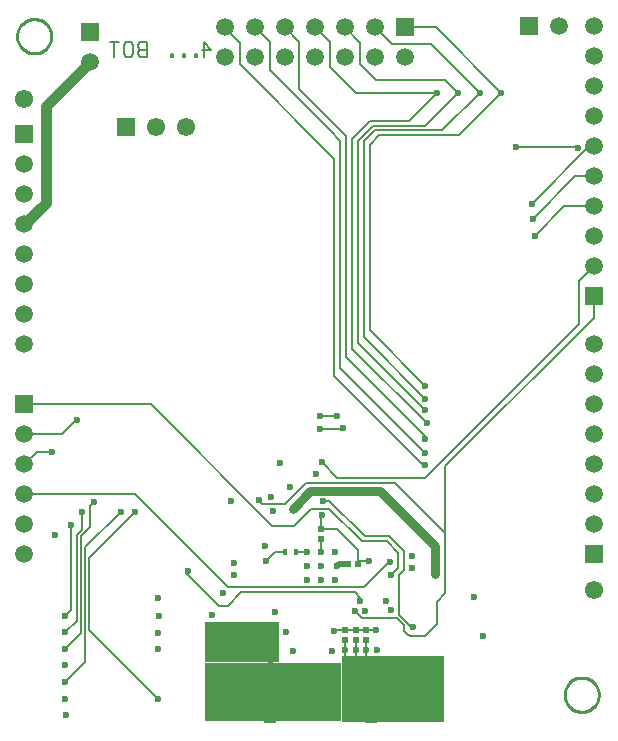
<source format=gbr>
%FSTAX23Y23*%
%MOMM*%
%SFA1B1*%

%IPPOS*%
%ADD10C,0.253999*%
%ADD12R,0.519999X0.519999*%
%ADD16R,0.519999X0.519999*%
%ADD20R,0.449999X0.549999*%
%ADD28R,1.019998X4.749991*%
%ADD32C,0.200000*%
%ADD35C,0.499999*%
%ADD36C,0.749999*%
%ADD40C,0.150000*%
%ADD43R,6.224988X3.499993*%
%ADD44R,1.499997X1.499997*%
%ADD45C,1.499997*%
%ADD46C,1.549997*%
%ADD47R,1.549997X1.549997*%
%ADD48R,1.499997X1.499997*%
%ADD49C,0.599999*%
%ADD55C,0.899998*%
%ADD56R,11.574977X5.024990*%
%ADD57R,8.749982X5.574989*%
G54D10*
X50175Y02424D02*
D01*
X50171Y02526*
X50161Y02626*
X50143Y02726*
X50119Y02824*
X50087Y0292*
X50049Y03014*
X50005Y03105*
X49954Y03193*
X49898Y03277*
X49835Y03357*
X49768Y03432*
X49695Y03502*
X49617Y03567*
X49535Y03627*
X4945Y0368*
X4936Y03728*
X49268Y03769*
X49173Y03804*
X49075Y03832*
X48976Y03853*
X48876Y03867*
X48775Y03874*
X48674*
X48573Y03867*
X48473Y03853*
X48374Y03832*
X48276Y03804*
X48181Y03769*
X48089Y03728*
X47999Y0368*
X47914Y03627*
X47832Y03567*
X47754Y03502*
X47681Y03432*
X47614Y03357*
X47551Y03277*
X47495Y03193*
X47444Y03105*
X474Y03014*
X47362Y0292*
X4733Y02824*
X47306Y02726*
X47288Y02626*
X47278Y02526*
X47274Y02424*
X47278Y02323*
X47288Y02223*
X47306Y02123*
X4733Y02025*
X47362Y01928*
X474Y01835*
X47444Y01744*
X47495Y01656*
X47551Y01572*
X47614Y01492*
X47681Y01417*
X47754Y01347*
X47832Y01282*
X47914Y01222*
X47999Y01169*
X48089Y01121*
X48181Y0108*
X48276Y01045*
X48374Y01017*
X48473Y00996*
X48573Y00982*
X48674Y00975*
X48775*
X48876Y00982*
X48976Y00996*
X49075Y01017*
X49173Y01045*
X49268Y0108*
X4936Y01121*
X4945Y01169*
X49535Y01222*
X49617Y01282*
X49695Y01347*
X49768Y01417*
X49835Y01492*
X49898Y01572*
X49954Y01656*
X50005Y01744*
X50049Y01835*
X50087Y01928*
X50119Y02025*
X50143Y02123*
X50161Y02223*
X50171Y02323*
X50175Y02424*
X03825Y58174D02*
D01*
X03821Y58276*
X03811Y58376*
X03793Y58476*
X03769Y58574*
X03737Y5867*
X03699Y58764*
X03655Y58855*
X03604Y58943*
X03548Y59027*
X03485Y59107*
X03418Y59182*
X03345Y59252*
X03267Y59317*
X03185Y59377*
X031Y5943*
X0301Y59478*
X02918Y59519*
X02823Y59554*
X02725Y59582*
X02626Y59603*
X02526Y59617*
X02425Y59624*
X02324*
X02223Y59617*
X02123Y59603*
X02024Y59582*
X01926Y59554*
X01831Y59519*
X01739Y59478*
X01649Y5943*
X01564Y59377*
X01482Y59317*
X01404Y59252*
X01331Y59182*
X01264Y59107*
X01201Y59027*
X01145Y58943*
X01094Y58855*
X0105Y58764*
X01012Y5867*
X0098Y58574*
X00956Y58476*
X00938Y58376*
X00928Y58276*
X00924Y58174*
X00928Y58073*
X00938Y57973*
X00956Y57873*
X0098Y57775*
X01012Y57678*
X0105Y57585*
X01094Y57494*
X01145Y57406*
X01201Y57322*
X01264Y57242*
X01331Y57167*
X01404Y57097*
X01482Y57032*
X01564Y56972*
X01649Y56919*
X01739Y56871*
X01831Y5683*
X01926Y56795*
X02024Y56767*
X02123Y56746*
X02223Y56732*
X02324Y56725*
X02425*
X02526Y56732*
X02626Y56746*
X02725Y56767*
X02823Y56795*
X02918Y5683*
X0301Y56871*
X031Y56919*
X03185Y56972*
X03267Y57032*
X03345Y57097*
X03418Y57167*
X03485Y57242*
X03548Y57322*
X03604Y57406*
X03655Y57494*
X03699Y57585*
X03737Y57678*
X03769Y57775*
X03793Y57873*
X03811Y57973*
X03821Y58073*
X03825Y58174*
G54D12*
X26649Y16424D03*
Y15624D03*
X29599Y07874D03*
Y07074D03*
X28724D03*
Y07874D03*
X30474D03*
Y07074D03*
G54D16*
X29749Y13499D03*
X28949D03*
G54D20*
X23599Y14499D03*
X24499D03*
G54D28*
X30879Y02374D03*
X22379D03*
G54D32*
X05949Y25649D02*
X05999D01*
X04759Y24459D02*
X05949Y25649D01*
X18479Y58919D02*
D01*
X19799Y57599*
X27799Y29399D02*
X35399Y21799D01*
X36359Y58939D02*
X41899Y53399D01*
X33739Y58939D02*
X36359D01*
X35991Y57499D02*
X40091Y53399D01*
X32639Y57499D02*
X35991D01*
X31199Y58939D02*
X32639Y57499D01*
X37183Y54499D02*
X38283Y53399D01*
X31299Y54499D02*
X37183D01*
X29999Y55799D02*
Y57599D01*
Y55799D02*
X31299Y54499D01*
X28659Y58939D02*
X29999Y57599D01*
X29599Y53399D02*
X36474D01*
X27399Y55599D02*
X29599Y53399D01*
X27399Y55599D02*
Y57659D01*
X26119Y58939D02*
X27399Y57659D01*
X38299Y49799D02*
X41899Y53399D01*
X36891Y50199D02*
X40091Y53399D01*
X35483Y50599D02*
X38283Y53399D01*
X34074Y50999D02*
X36474Y53399D01*
X30799Y50999D02*
X34074D01*
X43199Y48799D02*
X48399D01*
X19799Y55799D02*
Y57599D01*
Y55799D02*
X27799Y47799D01*
Y29399D02*
Y47799D01*
X21039Y58939D02*
X22299Y57679D01*
Y55299D02*
Y57679D01*
Y55299D02*
X27399Y50199D01*
X23579Y58939D02*
X24799Y57719D01*
Y53699D02*
Y57719D01*
Y53699D02*
X27949Y50549D01*
X27799Y07874D02*
X28724D01*
X12249Y26999D02*
X22549Y16699D01*
X01499Y26999D02*
X12249D01*
X22549Y16699D02*
X24374D01*
X02579Y22999D02*
X03899D01*
X01499Y21919D02*
X02579Y22999D01*
X28299Y30099D02*
X35499Y22899D01*
X28299Y30099D02*
Y49299D01*
X49759Y34359D02*
Y36139D01*
X37174Y21774D02*
X49759Y34359D01*
X48499Y33799D02*
Y37419D01*
X35499Y20799D02*
X48499Y33799D01*
X27999Y20799D02*
X35499D01*
X37174Y16124D02*
Y21774D01*
X28799Y30999D02*
X35499Y24299D01*
Y24099D02*
Y24299D01*
X28799Y30999D02*
Y49699D01*
X29289Y49489D02*
X30799Y50999D01*
X29299Y49199D02*
Y49478D01*
X29289Y49489D02*
X29299Y49478D01*
Y31699D02*
X35599Y254D01*
X29299Y31699D02*
Y46999D01*
Y49199*
X27949Y50549D02*
X28799Y49699D01*
X30799Y33299D02*
X35499Y28599D01*
X30799Y33299D02*
Y48999D01*
X29799Y32199D02*
X35449Y26549D01*
X29799Y32199D02*
Y49299D01*
X30299Y32699D02*
X35499Y27499D01*
X35517Y27482*
X30299Y32699D02*
Y49059D01*
X30799Y48999D02*
X31599Y49799D01*
X38299*
X30299Y49299D02*
X31199Y50199D01*
X36891*
X30299Y49059D02*
Y49299D01*
Y49059D02*
D01*
X31099Y50599D02*
X35483D01*
X29799Y49299D02*
X31099Y50599D01*
X27399Y50199D02*
X28299Y49299D01*
X28399Y24899D02*
X28499Y24999D01*
X26599Y24899D02*
X28399D01*
X06249Y17899D02*
X06399Y17749D01*
X26599Y25999D02*
X27999D01*
X07024Y14024D02*
X10899Y17899D01*
X49339Y48839D02*
X49759D01*
X44499Y43999D02*
X49339Y48839D01*
X48199Y46299D02*
X49759D01*
X44599Y42699D02*
X48199Y46299D01*
X47259Y43759D02*
X49759D01*
X44799Y41299D02*
X47259Y43759D01*
X07099Y16647D02*
Y18399D01*
X07399Y18699*
X06299Y15847D02*
X07099Y16647D01*
X06299Y07624D02*
Y15847D01*
X05974Y15982D02*
X06399Y16407D01*
X05974Y08674D02*
Y15982D01*
X04999Y07699D02*
X05974Y08674D01*
X06399Y16407D02*
Y17749D01*
X06699Y05199D02*
Y14899D01*
X04999Y03499D02*
X06699Y05199D01*
Y14899D02*
X09699Y17899D01*
X06249D02*
X06399D01*
X05499Y09599D02*
Y16799D01*
X04999Y09099D02*
X05499Y09599D01*
X15212Y12762D02*
X18024Y09949D01*
X10929Y19424D02*
X18804Y11549D01*
X01544Y19424D02*
X10929D01*
X01499Y19379D02*
X01544Y19424D01*
X49744Y43774D02*
X49759Y43759D01*
X49734Y46274D02*
X49759Y46299D01*
X04999Y06324D02*
X06299Y07624D01*
X48499Y37419D02*
X49759Y38679D01*
X26699Y22099D02*
X27999Y20799D01*
X37174Y11024D02*
Y16124D01*
X32949Y20349D02*
X37174Y16124D01*
X254Y20349D02*
X32949D01*
X01499Y24459D02*
X04759D01*
X29999Y10399D02*
Y10599D01*
X29499Y11099D02*
X29999Y10599D01*
X34037Y08412D02*
X34299Y08149D01*
X34037Y08412D02*
Y08447D01*
X33274Y0921D02*
X34037Y08447D01*
X33274Y0921D02*
Y12574D01*
X29499Y09499D02*
X29574D01*
X30124Y08949*
X07024Y07924D02*
Y14024D01*
Y07924D02*
X12874Y02074D01*
X32449Y13699D02*
X32512D01*
X30124Y08949D02*
X33075D01*
X33712Y08313*
X32224Y15399D02*
X33199Y14424D01*
X32574Y12549D02*
X33199Y13174D01*
Y14424*
X30299Y11549D02*
X32449Y13699D01*
X23624Y18574D02*
X254Y20349D01*
X21674Y18574D02*
X23624D01*
X21374Y18874D02*
X21674Y18574D01*
X33974Y07574D02*
D01*
X33712Y07837D02*
X33974Y07574D01*
X33712Y07837D02*
Y08313D01*
X36449Y08399D02*
Y10299D01*
X35424Y07374D02*
X36449Y08399D01*
X34174Y07374D02*
X35424D01*
X33974Y07574D02*
X34174Y07374D01*
X34299Y08149D02*
X34474D01*
X49539Y32299D02*
X49759Y32079D01*
X49749Y29549D02*
X49759Y29539D01*
X49744Y24474D02*
X49759Y24459D01*
X49739Y21899D02*
X49759Y21919D01*
X49739Y19399D02*
X49759Y19379D01*
X26649Y16424D02*
Y17524D01*
X26724Y17599*
X49754Y41224D02*
X49759Y41219D01*
X15212Y12762D02*
X15374Y12924D01*
X18024Y09949D02*
X18749D01*
X19899Y11099*
X29499*
X26649Y14524D02*
X26674Y14499D01*
X24499D02*
X25474D01*
X26649Y14524D02*
Y15624D01*
X29749Y13499D02*
X29999Y13749D01*
X30474Y07874D02*
X31349D01*
X29599D02*
D01*
X30474*
X28724D02*
X29599D01*
X21999Y13724D02*
X22774Y14499D01*
X23599*
X30474Y06249D02*
X30499Y06224D01*
X30474Y06249D02*
Y07074D01*
X29599Y06249D02*
X29624Y06224D01*
X29599Y06249D02*
Y07074D01*
X28699Y06224D02*
X28724Y06249D01*
Y07074*
X24374Y16699D02*
X25824Y18149D01*
X29749Y13499D02*
Y14699D01*
X28024Y16424D02*
X29749Y14699D01*
X26649Y16424D02*
X28024D01*
X29999Y13749D02*
X30699D01*
X28699Y05241D02*
Y06224D01*
Y05241D02*
X28991Y04949D01*
X29624Y05434D02*
Y06224D01*
Y05434D02*
X30109Y04949D01*
X30499Y05677D02*
Y06224D01*
Y05677D02*
X31227Y04949D01*
X18804Y11549D02*
X30299D01*
X36449Y10299D02*
X37174Y11024D01*
X30099Y15399D02*
X32224D01*
X27349Y18149D02*
X30099Y15399D01*
X25824Y18149D02*
X27349D01*
X27324Y18849D02*
X30349Y15824D01*
X26799Y18849D02*
X27324D01*
X30349Y15824D02*
X32407D01*
X33274Y12574D02*
X33674Y12974D01*
Y14557*
X32407Y15824D02*
X33674Y14557D01*
G54D35*
X27974Y13299D02*
X28174Y13499D01*
X28949*
G54D36*
X24249Y18174D02*
X25724Y19649D01*
X31649D02*
X36324Y14974D01*
X25724Y19649D02*
X31649D01*
X36324Y12649D02*
Y14974D01*
G54D40*
X1675Y56449D02*
Y57649D01*
X17349Y57049*
X1655*
X1615Y56449D02*
Y56649D01*
X1595*
Y56449*
X1615*
X1515D02*
Y56649D01*
X1495*
Y56449*
X1515*
X1415D02*
Y56649D01*
X13951*
Y56449*
X1415*
X11951Y57649D02*
Y56449D01*
X11351*
X11151Y56649*
Y56849*
X11351Y57049*
X11951*
X11351*
X11151Y57249*
Y57449*
X11351Y57649*
X11951*
X10152D02*
X10552D01*
X10752Y57449*
Y56649*
X10552Y56449*
X10152*
X09952Y56649*
Y57449*
X10152Y57649*
X09552D02*
X08752D01*
X09152*
Y56449*
G54D43*
X19937Y06874D03*
G54D44*
X44259Y58999D03*
X33739Y58939D03*
G54D45*
X46799Y58999D03*
X07099Y55984D03*
X49759Y16839D03*
Y19379D03*
Y21919D03*
Y24459D03*
Y26999D03*
Y29539D03*
Y32079D03*
X01499Y24459D03*
Y21919D03*
Y19379D03*
Y16839D03*
Y14299D03*
X49759Y41219D03*
Y58999D03*
Y56459D03*
Y53919D03*
Y51379D03*
Y48839D03*
Y46299D03*
Y43759D03*
Y38679D03*
X01499Y47319D03*
Y44779D03*
Y42239D03*
Y39699D03*
Y37159D03*
Y34619D03*
Y32079D03*
X18499Y56399D03*
Y58939D03*
X21039Y56399D03*
Y58939D03*
X23579Y56399D03*
Y58939D03*
X26119Y56399D03*
Y58939D03*
X28659Y56399D03*
Y58939D03*
X31199Y56399D03*
Y58939D03*
X33739Y56399D03*
G54D46*
X49759Y11324D03*
X01499Y52849D03*
X12689Y50449D03*
X15229D03*
G54D47*
X10149Y50449D03*
G54D48*
X07099Y58524D03*
X49759Y14299D03*
X01499Y26999D03*
X49759Y36139D03*
X01499Y49859D03*
G54D49*
X05999Y25649D03*
X03899Y22999D03*
X23999Y19999D03*
X35499Y21899D03*
Y22899D03*
X35599Y254D03*
X35499Y24099D03*
X36474Y53399D03*
X35499Y26499D03*
Y27499D03*
Y28599D03*
X41899Y53399D03*
X40091D03*
X38283D03*
X26599Y25999D03*
Y24899D03*
X10899Y17899D03*
X44599Y42699D03*
X44799Y41299D03*
X28499Y24999D03*
X27999Y25999D03*
X07399Y18699D03*
X06399Y17899D03*
X05499Y16799D03*
X04999Y09099D03*
Y07699D03*
X44499Y43999D03*
X04999Y06324D03*
X26699Y22099D03*
X09699Y17899D03*
X04999Y03499D03*
X48399Y48699D03*
X43199Y48799D03*
X29999Y10399D03*
X29499Y09499D03*
X32599Y09599D03*
X32512Y13699D03*
X21374Y18874D03*
X24249Y18174D03*
X26199Y21074D03*
X32624Y04949D03*
X3142Y06249D03*
X34474Y08149D03*
X26724Y17599D03*
X23174Y22074D03*
X15374Y12924D03*
X32574Y12549D03*
X30399Y09499D03*
X34374Y13149D03*
X25474Y13299D03*
X26674Y14499D03*
X27874D03*
X26674Y13299D03*
X25474Y14499D03*
X27974Y13299D03*
X27874Y12099D03*
X36324Y12649D03*
X22424Y19149D03*
X22624Y17999D03*
X39624Y10699D03*
X32174Y10374D03*
X27799Y07824D03*
X18374Y11049D03*
X19249Y12599D03*
Y13599D03*
X18999Y18824D03*
X21924Y15049D03*
X21999Y13724D03*
X22774Y09449D03*
X23674Y07774D03*
X25474Y12099D03*
X26674D03*
X28699Y06224D03*
X30499D03*
X29624D03*
X31349Y07874D03*
X26799Y18849D03*
X40349Y07374D03*
X24249Y06124D03*
X27599D03*
X34374Y14199D03*
X30699Y13749D03*
X31999Y01616D03*
Y00549D03*
Y02683D03*
X28874Y01566D03*
Y00499D03*
X28849Y02633D03*
Y03699D03*
X29849Y01541D03*
Y00474D03*
X29824Y02608D03*
Y03674D03*
X34274Y01691D03*
X36549Y00624D03*
X34581Y04949D03*
X35699D03*
X24399Y01641D03*
Y00574D03*
X24374Y02708D03*
Y03774D03*
X23424Y01616D03*
Y00549D03*
X23399Y02683D03*
Y03749D03*
X20149Y01791D03*
Y00724D03*
X20124Y02858D03*
Y03924D03*
X18274Y01841D03*
Y00774D03*
X18249Y02908D03*
Y03974D03*
X18324Y05941D03*
Y04874D03*
X18299Y07008D03*
Y08074D03*
X20174Y05916D03*
Y04849D03*
X20149Y06983D03*
Y08049D03*
X22399Y05966D03*
Y04899D03*
X22374Y07033D03*
Y08099D03*
X30109Y04949D03*
X28991D03*
X36549Y02758D03*
X34274D03*
Y03824D03*
X36549D03*
X34274Y00624D03*
X36549Y01691D03*
X31999Y03749D03*
X04999Y02074D03*
X05024Y00699D03*
X04999Y04949D03*
X12899Y09099D03*
X12874Y07674D03*
Y06274D03*
Y10574D03*
Y02074D03*
X04099Y15949D03*
X17424Y09174D03*
G54D55*
X03349Y44089D02*
Y52234D01*
X07099Y55984*
X01499Y42239D02*
X03349Y44089D01*
G54D56*
X22612Y02612D03*
G54D57*
X32774Y02887D03*
M02*
</source>
